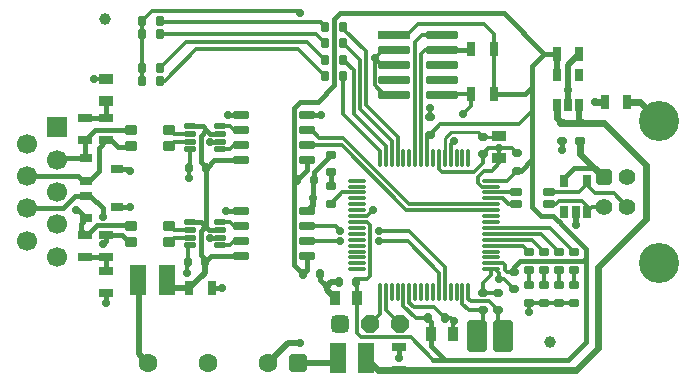
<source format=gtl>
G04*
G04 #@! TF.GenerationSoftware,Altium Limited,Altium Designer,21.2.1 (34)*
G04*
G04 Layer_Physical_Order=1*
G04 Layer_Color=255*
%FSLAX25Y25*%
%MOIN*%
G70*
G04*
G04 #@! TF.SameCoordinates,2566B91B-B0F8-45D7-AC81-F34421F4F9DA*
G04*
G04*
G04 #@! TF.FilePolarity,Positive*
G04*
G01*
G75*
%ADD10R,0.00787X0.00787*%
%ADD11C,0.03937*%
G04:AMPARAMS|DCode=12|XSize=33.47mil|YSize=23.62mil|CornerRadius=2.36mil|HoleSize=0mil|Usage=FLASHONLY|Rotation=90.000|XOffset=0mil|YOffset=0mil|HoleType=Round|Shape=RoundedRectangle|*
%AMROUNDEDRECTD12*
21,1,0.03347,0.01890,0,0,90.0*
21,1,0.02874,0.02362,0,0,90.0*
1,1,0.00472,0.00945,0.01437*
1,1,0.00472,0.00945,-0.01437*
1,1,0.00472,-0.00945,-0.01437*
1,1,0.00472,-0.00945,0.01437*
%
%ADD12ROUNDEDRECTD12*%
G04:AMPARAMS|DCode=13|XSize=31.5mil|YSize=25.59mil|CornerRadius=6.4mil|HoleSize=0mil|Usage=FLASHONLY|Rotation=180.000|XOffset=0mil|YOffset=0mil|HoleType=Round|Shape=RoundedRectangle|*
%AMROUNDEDRECTD13*
21,1,0.03150,0.01280,0,0,180.0*
21,1,0.01870,0.02559,0,0,180.0*
1,1,0.01280,-0.00935,0.00640*
1,1,0.01280,0.00935,0.00640*
1,1,0.01280,0.00935,-0.00640*
1,1,0.01280,-0.00935,-0.00640*
%
%ADD13ROUNDEDRECTD13*%
G04:AMPARAMS|DCode=14|XSize=33.47mil|YSize=23.62mil|CornerRadius=2.36mil|HoleSize=0mil|Usage=FLASHONLY|Rotation=0.000|XOffset=0mil|YOffset=0mil|HoleType=Round|Shape=RoundedRectangle|*
%AMROUNDEDRECTD14*
21,1,0.03347,0.01890,0,0,0.0*
21,1,0.02874,0.02362,0,0,0.0*
1,1,0.00472,0.01437,-0.00945*
1,1,0.00472,-0.01437,-0.00945*
1,1,0.00472,-0.01437,0.00945*
1,1,0.00472,0.01437,0.00945*
%
%ADD14ROUNDEDRECTD14*%
G04:AMPARAMS|DCode=15|XSize=31.5mil|YSize=25.59mil|CornerRadius=6.4mil|HoleSize=0mil|Usage=FLASHONLY|Rotation=90.000|XOffset=0mil|YOffset=0mil|HoleType=Round|Shape=RoundedRectangle|*
%AMROUNDEDRECTD15*
21,1,0.03150,0.01280,0,0,90.0*
21,1,0.01870,0.02559,0,0,90.0*
1,1,0.01280,0.00640,0.00935*
1,1,0.01280,0.00640,-0.00935*
1,1,0.01280,-0.00640,-0.00935*
1,1,0.01280,-0.00640,0.00935*
%
%ADD15ROUNDEDRECTD15*%
G04:AMPARAMS|DCode=16|XSize=49.21mil|YSize=27.56mil|CornerRadius=2.76mil|HoleSize=0mil|Usage=FLASHONLY|Rotation=270.000|XOffset=0mil|YOffset=0mil|HoleType=Round|Shape=RoundedRectangle|*
%AMROUNDEDRECTD16*
21,1,0.04921,0.02205,0,0,270.0*
21,1,0.04370,0.02756,0,0,270.0*
1,1,0.00551,-0.01102,-0.02185*
1,1,0.00551,-0.01102,0.02185*
1,1,0.00551,0.01102,0.02185*
1,1,0.00551,0.01102,-0.02185*
%
%ADD16ROUNDEDRECTD16*%
G04:AMPARAMS|DCode=17|XSize=11.81mil|YSize=59.06mil|CornerRadius=2.95mil|HoleSize=0mil|Usage=FLASHONLY|Rotation=0.000|XOffset=0mil|YOffset=0mil|HoleType=Round|Shape=RoundedRectangle|*
%AMROUNDEDRECTD17*
21,1,0.01181,0.05315,0,0,0.0*
21,1,0.00591,0.05906,0,0,0.0*
1,1,0.00591,0.00295,-0.02657*
1,1,0.00591,-0.00295,-0.02657*
1,1,0.00591,-0.00295,0.02657*
1,1,0.00591,0.00295,0.02657*
%
%ADD17ROUNDEDRECTD17*%
G04:AMPARAMS|DCode=18|XSize=106.3mil|YSize=66.93mil|CornerRadius=6.69mil|HoleSize=0mil|Usage=FLASHONLY|Rotation=270.000|XOffset=0mil|YOffset=0mil|HoleType=Round|Shape=RoundedRectangle|*
%AMROUNDEDRECTD18*
21,1,0.10630,0.05354,0,0,270.0*
21,1,0.09291,0.06693,0,0,270.0*
1,1,0.01339,-0.02677,-0.04646*
1,1,0.01339,-0.02677,0.04646*
1,1,0.01339,0.02677,0.04646*
1,1,0.01339,0.02677,-0.04646*
%
%ADD18ROUNDEDRECTD18*%
G04:AMPARAMS|DCode=19|XSize=43.31mil|YSize=31.5mil|CornerRadius=4.72mil|HoleSize=0mil|Usage=FLASHONLY|Rotation=0.000|XOffset=0mil|YOffset=0mil|HoleType=Round|Shape=RoundedRectangle|*
%AMROUNDEDRECTD19*
21,1,0.04331,0.02205,0,0,0.0*
21,1,0.03386,0.03150,0,0,0.0*
1,1,0.00945,0.01693,-0.01102*
1,1,0.00945,-0.01693,-0.01102*
1,1,0.00945,-0.01693,0.01102*
1,1,0.00945,0.01693,0.01102*
%
%ADD19ROUNDEDRECTD19*%
G04:AMPARAMS|DCode=20|XSize=23.62mil|YSize=43.31mil|CornerRadius=2.36mil|HoleSize=0mil|Usage=FLASHONLY|Rotation=180.000|XOffset=0mil|YOffset=0mil|HoleType=Round|Shape=RoundedRectangle|*
%AMROUNDEDRECTD20*
21,1,0.02362,0.03858,0,0,180.0*
21,1,0.01890,0.04331,0,0,180.0*
1,1,0.00472,-0.00945,0.01929*
1,1,0.00472,0.00945,0.01929*
1,1,0.00472,0.00945,-0.01929*
1,1,0.00472,-0.00945,-0.01929*
%
%ADD20ROUNDEDRECTD20*%
G04:AMPARAMS|DCode=21|XSize=43.31mil|YSize=23.62mil|CornerRadius=3.54mil|HoleSize=0mil|Usage=FLASHONLY|Rotation=180.000|XOffset=0mil|YOffset=0mil|HoleType=Round|Shape=RoundedRectangle|*
%AMROUNDEDRECTD21*
21,1,0.04331,0.01654,0,0,180.0*
21,1,0.03622,0.02362,0,0,180.0*
1,1,0.00709,-0.01811,0.00827*
1,1,0.00709,0.01811,0.00827*
1,1,0.00709,0.01811,-0.00827*
1,1,0.00709,-0.01811,-0.00827*
%
%ADD21ROUNDEDRECTD21*%
G04:AMPARAMS|DCode=22|XSize=49.21mil|YSize=27.56mil|CornerRadius=2.76mil|HoleSize=0mil|Usage=FLASHONLY|Rotation=180.000|XOffset=0mil|YOffset=0mil|HoleType=Round|Shape=RoundedRectangle|*
%AMROUNDEDRECTD22*
21,1,0.04921,0.02205,0,0,180.0*
21,1,0.04370,0.02756,0,0,180.0*
1,1,0.00551,-0.02185,0.01102*
1,1,0.00551,0.02185,0.01102*
1,1,0.00551,0.02185,-0.01102*
1,1,0.00551,-0.02185,-0.01102*
%
%ADD22ROUNDEDRECTD22*%
G04:AMPARAMS|DCode=23|XSize=17.32mil|YSize=39.37mil|CornerRadius=2.6mil|HoleSize=0mil|Usage=FLASHONLY|Rotation=270.000|XOffset=0mil|YOffset=0mil|HoleType=Round|Shape=RoundedRectangle|*
%AMROUNDEDRECTD23*
21,1,0.01732,0.03417,0,0,270.0*
21,1,0.01213,0.03937,0,0,270.0*
1,1,0.00520,-0.01709,-0.00606*
1,1,0.00520,-0.01709,0.00606*
1,1,0.00520,0.01709,0.00606*
1,1,0.00520,0.01709,-0.00606*
%
%ADD23ROUNDEDRECTD23*%
G04:AMPARAMS|DCode=24|XSize=23.62mil|YSize=51.18mil|CornerRadius=2.36mil|HoleSize=0mil|Usage=FLASHONLY|Rotation=270.000|XOffset=0mil|YOffset=0mil|HoleType=Round|Shape=RoundedRectangle|*
%AMROUNDEDRECTD24*
21,1,0.02362,0.04646,0,0,270.0*
21,1,0.01890,0.05118,0,0,270.0*
1,1,0.00472,-0.02323,-0.00945*
1,1,0.00472,-0.02323,0.00945*
1,1,0.00472,0.02323,0.00945*
1,1,0.00472,0.02323,-0.00945*
%
%ADD24ROUNDEDRECTD24*%
G04:AMPARAMS|DCode=25|XSize=23.62mil|YSize=43.31mil|CornerRadius=2.36mil|HoleSize=0mil|Usage=FLASHONLY|Rotation=90.000|XOffset=0mil|YOffset=0mil|HoleType=Round|Shape=RoundedRectangle|*
%AMROUNDEDRECTD25*
21,1,0.02362,0.03858,0,0,90.0*
21,1,0.01890,0.04331,0,0,90.0*
1,1,0.00472,0.01929,0.00945*
1,1,0.00472,0.01929,-0.00945*
1,1,0.00472,-0.01929,-0.00945*
1,1,0.00472,-0.01929,0.00945*
%
%ADD25ROUNDEDRECTD25*%
G04:AMPARAMS|DCode=26|XSize=55.12mil|YSize=102.36mil|CornerRadius=8.27mil|HoleSize=0mil|Usage=FLASHONLY|Rotation=180.000|XOffset=0mil|YOffset=0mil|HoleType=Round|Shape=RoundedRectangle|*
%AMROUNDEDRECTD26*
21,1,0.05512,0.08583,0,0,180.0*
21,1,0.03858,0.10236,0,0,180.0*
1,1,0.01654,-0.01929,0.04291*
1,1,0.01654,0.01929,0.04291*
1,1,0.01654,0.01929,-0.04291*
1,1,0.01654,-0.01929,-0.04291*
%
%ADD26ROUNDEDRECTD26*%
%ADD27R,0.10630X0.02756*%
G04:AMPARAMS|DCode=28|XSize=27.56mil|YSize=106.3mil|CornerRadius=4.13mil|HoleSize=0mil|Usage=FLASHONLY|Rotation=270.000|XOffset=0mil|YOffset=0mil|HoleType=Round|Shape=RoundedRectangle|*
%AMROUNDEDRECTD28*
21,1,0.02756,0.09803,0,0,270.0*
21,1,0.01929,0.10630,0,0,270.0*
1,1,0.00827,-0.04902,-0.00965*
1,1,0.00827,-0.04902,0.00965*
1,1,0.00827,0.04902,0.00965*
1,1,0.00827,0.04902,-0.00965*
%
%ADD28ROUNDEDRECTD28*%
G04:AMPARAMS|DCode=29|XSize=49.21mil|YSize=31.5mil|CornerRadius=3.15mil|HoleSize=0mil|Usage=FLASHONLY|Rotation=0.000|XOffset=0mil|YOffset=0mil|HoleType=Round|Shape=RoundedRectangle|*
%AMROUNDEDRECTD29*
21,1,0.04921,0.02520,0,0,0.0*
21,1,0.04291,0.03150,0,0,0.0*
1,1,0.00630,0.02146,-0.01260*
1,1,0.00630,-0.02146,-0.01260*
1,1,0.00630,-0.02146,0.01260*
1,1,0.00630,0.02146,0.01260*
%
%ADD29ROUNDEDRECTD29*%
G04:AMPARAMS|DCode=30|XSize=49.21mil|YSize=31.5mil|CornerRadius=3.15mil|HoleSize=0mil|Usage=FLASHONLY|Rotation=90.000|XOffset=0mil|YOffset=0mil|HoleType=Round|Shape=RoundedRectangle|*
%AMROUNDEDRECTD30*
21,1,0.04921,0.02520,0,0,90.0*
21,1,0.04291,0.03150,0,0,90.0*
1,1,0.00630,0.01260,0.02146*
1,1,0.00630,0.01260,-0.02146*
1,1,0.00630,-0.01260,-0.02146*
1,1,0.00630,-0.01260,0.02146*
%
%ADD30ROUNDEDRECTD30*%
G04:AMPARAMS|DCode=31|XSize=11.81mil|YSize=59.06mil|CornerRadius=2.95mil|HoleSize=0mil|Usage=FLASHONLY|Rotation=90.000|XOffset=0mil|YOffset=0mil|HoleType=Round|Shape=RoundedRectangle|*
%AMROUNDEDRECTD31*
21,1,0.01181,0.05315,0,0,90.0*
21,1,0.00591,0.05906,0,0,90.0*
1,1,0.00591,0.02657,0.00295*
1,1,0.00591,0.02657,-0.00295*
1,1,0.00591,-0.02657,-0.00295*
1,1,0.00591,-0.02657,0.00295*
%
%ADD31ROUNDEDRECTD31*%
%ADD66C,0.01181*%
%ADD67C,0.01968*%
%ADD68C,0.01575*%
%ADD69C,0.00984*%
%ADD70C,0.02362*%
%ADD71C,0.01200*%
G04:AMPARAMS|DCode=72|XSize=59.06mil|YSize=59.06mil|CornerRadius=14.76mil|HoleSize=0mil|Usage=FLASHONLY|Rotation=0.000|XOffset=0mil|YOffset=0mil|HoleType=Round|Shape=RoundedRectangle|*
%AMROUNDEDRECTD72*
21,1,0.05906,0.02953,0,0,0.0*
21,1,0.02953,0.05906,0,0,0.0*
1,1,0.02953,0.01476,-0.01476*
1,1,0.02953,-0.01476,-0.01476*
1,1,0.02953,-0.01476,0.01476*
1,1,0.02953,0.01476,0.01476*
%
%ADD72ROUNDEDRECTD72*%
%ADD73P,0.06392X8X22.5*%
%ADD74C,0.13386*%
%ADD75C,0.05512*%
G04:AMPARAMS|DCode=76|XSize=55.12mil|YSize=55.12mil|CornerRadius=13.78mil|HoleSize=0mil|Usage=FLASHONLY|Rotation=90.000|XOffset=0mil|YOffset=0mil|HoleType=Round|Shape=RoundedRectangle|*
%AMROUNDEDRECTD76*
21,1,0.05512,0.02756,0,0,90.0*
21,1,0.02756,0.05512,0,0,90.0*
1,1,0.02756,0.01378,0.01378*
1,1,0.02756,0.01378,-0.01378*
1,1,0.02756,-0.01378,-0.01378*
1,1,0.02756,-0.01378,0.01378*
%
%ADD76ROUNDEDRECTD76*%
%ADD77R,0.06693X0.06693*%
%ADD78C,0.06693*%
%ADD79C,0.06299*%
G04:AMPARAMS|DCode=80|XSize=62.99mil|YSize=62.99mil|CornerRadius=15.75mil|HoleSize=0mil|Usage=FLASHONLY|Rotation=0.000|XOffset=0mil|YOffset=0mil|HoleType=Round|Shape=RoundedRectangle|*
%AMROUNDEDRECTD80*
21,1,0.06299,0.03150,0,0,0.0*
21,1,0.03150,0.06299,0,0,0.0*
1,1,0.03150,0.01575,-0.01575*
1,1,0.03150,-0.01575,-0.01575*
1,1,0.03150,-0.01575,0.01575*
1,1,0.03150,0.01575,0.01575*
%
%ADD80ROUNDEDRECTD80*%
%ADD81C,0.02756*%
D10*
X43500Y122500D02*
D03*
X192000Y15000D02*
D03*
D11*
X43500Y122500D02*
D03*
X192000Y15000D02*
D03*
D12*
X62008Y101969D02*
D03*
X56102D02*
D03*
X62008Y106299D02*
D03*
X56102D02*
D03*
X62008Y117717D02*
D03*
X56102D02*
D03*
X62008Y122047D02*
D03*
X56102D02*
D03*
X122953Y103500D02*
D03*
X117047D02*
D03*
X122953Y109000D02*
D03*
X117047D02*
D03*
X122953Y114500D02*
D03*
X117047D02*
D03*
X122953Y120000D02*
D03*
X117047D02*
D03*
D13*
X174500Y31354D02*
D03*
Y25646D02*
D03*
X169500Y31354D02*
D03*
Y25646D02*
D03*
X196000Y87854D02*
D03*
Y82146D02*
D03*
X181000Y72146D02*
D03*
Y77854D02*
D03*
X180000Y38354D02*
D03*
Y32646D02*
D03*
X169500Y83354D02*
D03*
Y77646D02*
D03*
X152000Y84146D02*
D03*
Y89854D02*
D03*
D14*
X119000Y71547D02*
D03*
Y77453D02*
D03*
Y61047D02*
D03*
Y66953D02*
D03*
X200000Y44953D02*
D03*
Y39047D02*
D03*
X195000Y44953D02*
D03*
Y39047D02*
D03*
X190000Y44953D02*
D03*
Y39047D02*
D03*
X185000Y44953D02*
D03*
Y39047D02*
D03*
X200000Y33953D02*
D03*
Y28047D02*
D03*
X195000Y33953D02*
D03*
Y28047D02*
D03*
X190000Y33953D02*
D03*
Y28047D02*
D03*
X185000Y33953D02*
D03*
Y28047D02*
D03*
X202000Y87953D02*
D03*
Y82047D02*
D03*
D15*
X76854Y41500D02*
D03*
X71146D02*
D03*
X109646Y37500D02*
D03*
X115354D02*
D03*
X77354Y73000D02*
D03*
X71646D02*
D03*
X107646Y69000D02*
D03*
X113354D02*
D03*
X151146Y23000D02*
D03*
X156854D02*
D03*
X127354Y35000D02*
D03*
X121646D02*
D03*
D16*
X194260Y111000D02*
D03*
X201740D02*
D03*
X71760Y33000D02*
D03*
X79240D02*
D03*
X165760Y97500D02*
D03*
X173240D02*
D03*
X165760Y112500D02*
D03*
X173240D02*
D03*
X217740Y95000D02*
D03*
X210260D02*
D03*
D17*
X162795Y31559D02*
D03*
X164764D02*
D03*
X141142D02*
D03*
X135236D02*
D03*
X137205D02*
D03*
X139173D02*
D03*
X147047D02*
D03*
X143110D02*
D03*
X145079D02*
D03*
X149016D02*
D03*
X150984D02*
D03*
X152953D02*
D03*
X154921D02*
D03*
X156890D02*
D03*
X158858D02*
D03*
X160827D02*
D03*
X164764Y76441D02*
D03*
X162795D02*
D03*
X160827D02*
D03*
X158858D02*
D03*
X156890D02*
D03*
X154921D02*
D03*
X152953D02*
D03*
X150984D02*
D03*
X149016D02*
D03*
X147047D02*
D03*
X145079D02*
D03*
X143110D02*
D03*
X141142D02*
D03*
X139173D02*
D03*
X137205D02*
D03*
X135236D02*
D03*
D18*
X167669Y17000D02*
D03*
X176331D02*
D03*
D19*
X52201Y53756D02*
D03*
X64799D02*
D03*
Y48244D02*
D03*
X52201D02*
D03*
Y85756D02*
D03*
X64799D02*
D03*
Y80244D02*
D03*
X52201D02*
D03*
D20*
X196760Y68618D02*
D03*
X204240D02*
D03*
Y58382D02*
D03*
X200500D02*
D03*
X196760D02*
D03*
X194260Y93882D02*
D03*
X198000D02*
D03*
X201740D02*
D03*
Y104118D02*
D03*
X194260D02*
D03*
D21*
X180488Y64969D02*
D03*
X191512D02*
D03*
Y61032D02*
D03*
X180488D02*
D03*
D22*
X37000Y43260D02*
D03*
Y50740D02*
D03*
X44000Y43260D02*
D03*
Y50740D02*
D03*
Y38740D02*
D03*
Y31260D02*
D03*
X37000Y89740D02*
D03*
Y82260D02*
D03*
X44000Y89740D02*
D03*
Y82260D02*
D03*
X141500Y5760D02*
D03*
Y13240D02*
D03*
D23*
X82118Y79161D02*
D03*
Y81721D02*
D03*
Y84280D02*
D03*
X71882D02*
D03*
Y81721D02*
D03*
Y79161D02*
D03*
X82118Y86839D02*
D03*
X71882D02*
D03*
Y54839D02*
D03*
X82118D02*
D03*
X71882Y47161D02*
D03*
Y49720D02*
D03*
Y52280D02*
D03*
X82118D02*
D03*
Y49720D02*
D03*
Y47161D02*
D03*
D24*
X111024Y75500D02*
D03*
Y80500D02*
D03*
Y85500D02*
D03*
Y90500D02*
D03*
X88976Y75500D02*
D03*
Y80500D02*
D03*
Y85500D02*
D03*
Y90500D02*
D03*
X111024Y43500D02*
D03*
Y48500D02*
D03*
Y53500D02*
D03*
Y58500D02*
D03*
X88976Y43500D02*
D03*
Y48500D02*
D03*
Y53500D02*
D03*
Y58500D02*
D03*
D25*
X37382Y76240D02*
D03*
Y68760D02*
D03*
X47618Y72500D02*
D03*
X37382Y63740D02*
D03*
Y56260D02*
D03*
X47618Y60000D02*
D03*
D26*
X130724Y9500D02*
D03*
X121276D02*
D03*
X54776Y35500D02*
D03*
X64224D02*
D03*
D27*
X140126Y117460D02*
D03*
D28*
X155874D02*
D03*
X140126Y112460D02*
D03*
X155874D02*
D03*
X140126Y107460D02*
D03*
Y102460D02*
D03*
Y97460D02*
D03*
X155874Y107460D02*
D03*
Y102460D02*
D03*
Y97460D02*
D03*
D29*
X44000Y102543D02*
D03*
Y95457D02*
D03*
X175000Y76457D02*
D03*
Y83543D02*
D03*
D30*
X120457Y29500D02*
D03*
X127543D02*
D03*
X159543Y17500D02*
D03*
X152457D02*
D03*
D31*
X172441Y58921D02*
D03*
Y60890D02*
D03*
Y62858D02*
D03*
Y64827D02*
D03*
X127559Y68764D02*
D03*
Y66795D02*
D03*
Y64827D02*
D03*
Y62858D02*
D03*
Y60890D02*
D03*
Y58921D02*
D03*
Y56953D02*
D03*
Y54984D02*
D03*
Y53016D02*
D03*
Y51047D02*
D03*
Y49079D02*
D03*
Y47110D02*
D03*
Y45142D02*
D03*
Y43173D02*
D03*
Y41205D02*
D03*
Y39236D02*
D03*
X172441D02*
D03*
Y41205D02*
D03*
Y43173D02*
D03*
Y45142D02*
D03*
Y47110D02*
D03*
Y49079D02*
D03*
Y51047D02*
D03*
Y53016D02*
D03*
Y54984D02*
D03*
Y56953D02*
D03*
Y66795D02*
D03*
Y68764D02*
D03*
D66*
X213256Y64500D02*
X217717Y60039D01*
X204240Y67260D02*
X207000Y64500D01*
X213256D01*
X152000Y89854D02*
Y93000D01*
Y84146D02*
X155354Y87500D01*
X150984Y83130D02*
X152000Y84146D01*
X169500Y77646D02*
X171354Y79500D01*
X175000D01*
Y76457D02*
Y79500D01*
X179354D02*
X181000Y77854D01*
X175000Y79500D02*
X179354D01*
X175000Y74500D02*
Y76457D01*
X172500Y72000D02*
X175000Y74500D01*
X177618Y68764D02*
X181000Y72146D01*
X172441Y68764D02*
X177618D01*
X169500Y74500D02*
Y77646D01*
X166500Y71500D02*
X169500Y74500D01*
X175000Y36000D02*
Y38000D01*
X173764Y39236D02*
X175000Y38000D01*
X172441Y39236D02*
X173764D01*
X176646Y36000D02*
X180000Y32646D01*
X175000Y36000D02*
X176646D01*
X177646Y38354D02*
X180000D01*
X177000Y39000D02*
X177646Y38354D01*
X177000Y39000D02*
Y40500D01*
X176295Y41205D02*
X177000Y40500D01*
X172441Y41205D02*
X176295D01*
X159000Y23000D02*
X160000Y22000D01*
X156854Y23000D02*
X159000D01*
X159543Y21543D02*
X160000Y22000D01*
X159543Y17500D02*
Y21543D01*
X153354Y26500D02*
X156854Y23000D01*
X146500Y26500D02*
X153354D01*
X145500Y16500D02*
X153000Y9000D01*
X129000Y16500D02*
X145500D01*
X147146Y23000D02*
X151146D01*
X70709Y115000D02*
X111047D01*
X62008Y106299D02*
X70709Y115000D01*
X111047D02*
X117047Y109000D01*
X74000Y112500D02*
X108047D01*
X117047Y103500D01*
X63468Y101969D02*
X74000Y112500D01*
X82118Y79161D02*
X85161D01*
X86500Y80500D02*
X88976D01*
X85161Y79161D02*
X86500Y80500D01*
Y48500D02*
X88976D01*
X85161Y47161D02*
X86500Y48500D01*
X82118Y47161D02*
X85161D01*
X82118Y54839D02*
X85162D01*
X86500Y53500D02*
X88976D01*
X85162Y54839D02*
X86500Y53500D01*
X71000Y38000D02*
Y41354D01*
X56102Y117717D02*
Y122047D01*
Y101969D02*
Y106299D01*
Y117717D01*
X62008Y101969D02*
X63468D01*
X113831Y117717D02*
X117047Y114500D01*
X62008Y117717D02*
X113831D01*
X115547Y121500D02*
X117047Y120000D01*
X62555Y121500D02*
X115547D01*
X62008Y122047D02*
X62555Y121500D01*
X107606Y125394D02*
X108500Y124500D01*
X59449Y125394D02*
X107606D01*
X56102Y122047D02*
X59449Y125394D01*
X169500Y31354D02*
X174500D01*
X169500D02*
Y34500D01*
X174500Y18831D02*
X176331Y17000D01*
X174500Y18831D02*
Y25646D01*
X171646Y28500D02*
X174500Y25646D01*
X165500Y28500D02*
X171646D01*
X164764Y29236D02*
X165500Y28500D01*
X164764Y29236D02*
Y31559D01*
X167669Y17000D02*
X169500Y18831D01*
Y25646D01*
X164854D02*
X169500D01*
X162795Y27705D02*
X164854Y25646D01*
X162795Y27705D02*
Y31559D01*
X172441Y37441D02*
Y39236D01*
X169500Y34500D02*
X172441Y37441D01*
X130500Y94000D02*
Y112000D01*
X123079Y119421D02*
X130500Y112000D01*
X123000Y91000D02*
Y103500D01*
Y91000D02*
X135236Y78764D01*
X122953Y114500D02*
X123000D01*
X128500Y92500D02*
Y109000D01*
X123000Y114500D02*
X128500Y109000D01*
X122976Y109024D02*
X126500Y105500D01*
Y91000D02*
Y105500D01*
X119000Y61047D02*
X122780Y64827D01*
X127559D01*
X71146Y41500D02*
Y46425D01*
X71882Y47161D01*
X71000Y41354D02*
X71146Y41500D01*
X71500Y69500D02*
X71646Y69646D01*
Y73000D01*
X71882Y73236D01*
Y79161D01*
X156000Y71500D02*
X166500D01*
X181500Y87500D02*
X186000Y92000D01*
X155354Y87500D02*
X181500D01*
X158858Y80858D02*
X160000Y82000D01*
X158858Y76441D02*
Y80858D01*
X163000Y91000D02*
X165760Y93760D01*
X150984Y76441D02*
Y83130D01*
X165760Y93760D02*
Y97500D01*
X133500Y109500D02*
X136460Y112460D01*
X140126D01*
X133500Y109500D02*
X135540Y107460D01*
X140126D01*
X133500Y100500D02*
X136540Y97460D01*
X140126D01*
X133500Y100500D02*
Y109500D01*
X150460Y112460D02*
X155874D01*
X149016Y111016D02*
X150460Y112460D01*
X149016Y76441D02*
Y111016D01*
X149460Y117460D02*
X155874D01*
X147047Y115047D02*
X149460Y117460D01*
X147047Y76441D02*
Y115047D01*
X173240Y112500D02*
Y117760D01*
X170000Y121000D02*
X173240Y117760D01*
X148000Y121000D02*
X170000D01*
X144460Y117460D02*
X148000Y121000D01*
X140126Y117460D02*
X144460D01*
X173240Y97500D02*
Y112500D01*
X155874Y97460D02*
X155914Y97500D01*
X165760D01*
X141142Y76441D02*
Y83358D01*
X130500Y94000D02*
X141142Y83358D01*
X128500Y92500D02*
X139173Y81827D01*
Y76441D02*
Y81827D01*
X137205Y76441D02*
Y80295D01*
X126500Y91000D02*
X137205Y80295D01*
X135236Y76441D02*
Y78764D01*
X154921Y72579D02*
X156000Y71500D01*
X154921Y72579D02*
Y76441D01*
X170000Y72000D02*
X172500D01*
X168000Y70000D02*
X170000Y72000D01*
X168000Y68000D02*
Y70000D01*
Y68000D02*
X169205Y66795D01*
X172441D01*
X143110Y27035D02*
X147146Y23000D01*
X145079Y27921D02*
Y31559D01*
Y27921D02*
X146500Y26500D01*
X204240Y67740D02*
Y68618D01*
Y67260D02*
Y67740D01*
X201468Y64969D02*
X204240Y67740D01*
X191512Y64969D02*
X201468D01*
X204240Y58382D02*
X205898Y60039D01*
X209842D01*
X204240Y58382D02*
Y60260D01*
X202500Y62000D02*
X204240Y60260D01*
X195000Y62000D02*
X202500D01*
X194032Y61032D02*
X195000Y62000D01*
X191512Y61032D02*
X194032D01*
X127354Y35000D02*
X127543Y34811D01*
Y29500D02*
Y34811D01*
Y17957D02*
X129000Y16500D01*
X127543Y17957D02*
Y29500D01*
X137205Y25795D02*
X142000Y21000D01*
X137205Y25795D02*
Y31559D01*
X132000Y21000D02*
X135236Y24236D01*
Y31559D01*
X40000Y102500D02*
X43957D01*
X44000Y102543D01*
X65299Y80244D02*
X66776Y81721D01*
X71882D01*
X65299Y85756D02*
X66776Y84280D01*
X71882D01*
X65299Y48244D02*
X66776Y49720D01*
X71882D01*
X65299Y53756D02*
X66776Y52280D01*
X71882D01*
X86500Y85500D02*
X88976D01*
X85161Y86839D02*
X86500Y85500D01*
X82118Y86839D02*
X85161D01*
X135000Y52000D02*
X145000D01*
X156890Y40110D01*
Y31559D02*
Y40110D01*
X144500Y48500D02*
X154921Y38079D01*
Y31559D02*
Y38079D01*
X135000Y48500D02*
X144500D01*
X111024D02*
X122000D01*
X120500Y53500D02*
X122000Y52000D01*
X111024Y53500D02*
X120500D01*
X127854Y36000D02*
X131000D01*
X132000Y37000D01*
Y54000D01*
X131016Y54984D02*
X132000Y54000D01*
X127559Y54984D02*
X131016D01*
X130953Y56953D02*
X133000Y59000D01*
X127559Y56953D02*
X130953D01*
X143110Y27035D02*
Y31559D01*
X185000Y25000D02*
Y28047D01*
X180457Y61000D02*
X180488Y61032D01*
X178000Y61000D02*
X180457D01*
X176142Y62858D02*
X178000Y61000D01*
X172441Y62858D02*
X176142D01*
X180347Y64827D02*
X180488Y64969D01*
X172441Y64827D02*
X180347D01*
X191937Y53016D02*
X200000Y44953D01*
X172441Y53016D02*
X191937D01*
X188906Y51047D02*
X195000Y44953D01*
X172441Y51047D02*
X188906D01*
X185874Y49079D02*
X190000Y44953D01*
X172441Y49079D02*
X185874D01*
X182843Y47110D02*
X185000Y44953D01*
X172441Y47110D02*
X182843D01*
X185000Y33953D02*
Y39047D01*
X190000Y33953D02*
Y39047D01*
X195000Y33953D02*
Y39047D01*
X200000Y33953D02*
Y39047D01*
X195000Y28047D02*
X200000D01*
X190000D02*
X195000D01*
X185000D02*
X190000D01*
D67*
X194457Y104315D02*
Y111000D01*
X55000Y11000D02*
X58000Y8000D01*
X55000Y11000D02*
Y35276D01*
X54776Y35500D02*
X55000Y35276D01*
X76854Y38094D02*
Y41500D01*
X71760Y33000D02*
X76854Y38094D01*
X64224Y35500D02*
X66724Y33000D01*
X71760D01*
X104500Y14500D02*
X108500D01*
X98000Y8000D02*
X104500Y14500D01*
X200500Y54000D02*
Y58382D01*
X117500Y32457D02*
Y33500D01*
Y32457D02*
X120457Y29500D01*
X117500Y33500D02*
X119000Y35000D01*
X121646D01*
X119776Y8000D02*
X121276Y9500D01*
X108000Y8000D02*
X119776D01*
X113000Y60476D02*
Y63000D01*
X111024Y58500D02*
X113000Y60476D01*
X198000Y99000D02*
Y107457D01*
X201543Y111000D01*
X194260Y104118D02*
X194457Y104315D01*
X198000Y93882D02*
Y99000D01*
X201740Y88213D02*
X202000Y87953D01*
X201740Y88213D02*
Y93882D01*
D68*
X106500Y40500D02*
Y93000D01*
X186000Y76000D02*
Y92000D01*
Y60000D02*
Y76000D01*
X182146Y72146D02*
X186000Y76000D01*
X181000Y72146D02*
X182146D01*
X180000Y38354D02*
Y40000D01*
X182000Y42000D01*
X157000Y9000D02*
X198000D01*
X153000D02*
X157000D01*
X152457Y13543D02*
X157000Y9000D01*
X152457Y13543D02*
Y17500D01*
X151146Y23000D02*
X152457Y21689D01*
Y17500D02*
Y21689D01*
X79240Y33000D02*
X82500D01*
X141500Y9500D02*
Y13240D01*
X120000Y122500D02*
X120000Y100500D01*
X120000Y122500D02*
X122000Y124500D01*
X176500D01*
X108500Y95000D02*
X114500D01*
X120000Y100500D01*
X113354Y69000D02*
Y71807D01*
X119000Y77453D01*
Y66953D02*
Y71547D01*
X111024Y90500D02*
X115500D01*
X196000Y79000D02*
Y82146D01*
X113000Y63000D02*
Y68646D01*
X113354Y69000D01*
X107646D02*
X111024Y72378D01*
Y75500D01*
X107000Y69000D02*
X107646D01*
X106500Y40500D02*
X109500Y37500D01*
X106500Y93000D02*
X108500Y95000D01*
X115354Y35646D02*
X117500Y33500D01*
X115354Y35646D02*
Y37500D01*
X109646D02*
X111024Y38878D01*
Y43500D01*
X194260Y111000D02*
X194457D01*
X190000D02*
X194260D01*
X76854Y41500D02*
Y42646D01*
X75500Y44000D02*
Y52118D01*
Y44000D02*
X76854Y42646D01*
X75500Y75000D02*
X77500Y73000D01*
X76854Y41500D02*
X78854Y43500D01*
X76941Y53559D02*
X77354Y53972D01*
Y73000D01*
X75500Y75000D02*
Y83618D01*
X77500Y73000D02*
X80000Y75500D01*
X186000Y92000D02*
Y100000D01*
X165720Y112460D02*
X165760Y112500D01*
X155874Y112460D02*
X165720D01*
X186000Y100000D02*
Y107000D01*
X183500Y97500D02*
X186000Y100000D01*
X173240Y97500D02*
X183500D01*
X44000Y82260D02*
X45740D01*
X48000Y80000D02*
X51957D01*
X45740Y82260D02*
X48000Y80000D01*
X41500Y72000D02*
Y79760D01*
X44000Y82260D01*
X37382Y68760D02*
X38260D01*
X41500Y72000D01*
X34646Y70354D02*
X36240Y68760D01*
X17500Y70354D02*
X34646D01*
X36240Y68760D02*
X37382D01*
X34642Y59000D02*
X37382Y56260D01*
X34000Y59000D02*
X34642D01*
X37000Y50740D02*
X37740D01*
X41000Y54000D02*
X51756D01*
X37740Y50740D02*
X41000Y54000D01*
X35500Y54378D02*
X37382Y56260D01*
X35500Y52240D02*
Y54378D01*
Y52240D02*
X37000Y50740D01*
X43000Y56765D02*
Y59500D01*
X38760Y63740D02*
X43000Y59500D01*
X37382Y63740D02*
X38760D01*
X33740D02*
X37382D01*
X29567Y59567D02*
X33740Y63740D01*
X17500Y59567D02*
X29567D01*
X52000Y53756D02*
X52201D01*
X51756Y54000D02*
X52000Y53756D01*
X44000Y50740D02*
X49260D01*
X51756Y48244D02*
X52201D01*
X49260Y50740D02*
X51756Y48244D01*
X51957Y80000D02*
X52201Y80244D01*
X37000Y82260D02*
X40240Y85500D01*
X51945D02*
X52201Y85756D01*
X40240Y85500D02*
X51945D01*
X200112Y73112D02*
X206612D01*
X196760Y69760D02*
X200112Y73112D01*
X196760Y68618D02*
Y69760D01*
X195671Y54329D02*
X195671D01*
X189000Y57000D02*
X193000D01*
X195171Y54829D02*
X195671Y54329D01*
X193000Y57000D02*
X194191Y55809D01*
Y55780D02*
X195142Y54829D01*
X195171D01*
X194191Y55780D02*
Y55809D01*
X37000Y76622D02*
X37382Y76240D01*
X37000Y76622D02*
Y82260D01*
X27992Y76240D02*
X37382D01*
X27500Y75748D02*
X27992Y76240D01*
X44000Y28000D02*
Y31260D01*
Y38740D02*
Y43260D01*
X84000Y58500D02*
X88976D01*
X78854Y43500D02*
X88976D01*
X76941Y53559D02*
X78220Y52280D01*
X75661Y54839D02*
X76941Y53559D01*
X75500Y52118D02*
X76941Y53559D01*
X78500Y49500D02*
X78720Y49720D01*
X82118D01*
X71882Y54839D02*
X75661D01*
X78220Y52280D02*
X82118D01*
X80000Y75500D02*
X88976D01*
X77441Y85559D02*
X78720Y84280D01*
X76161Y86839D02*
X77441Y85559D01*
X75500Y83618D02*
X77441Y85559D01*
X71882Y86839D02*
X76161D01*
X78720Y84280D02*
X82118D01*
X78500Y81500D02*
X78720Y81721D01*
X82118D01*
X84500Y90500D02*
X88976D01*
X43000Y47500D02*
X44000Y48500D01*
Y50740D01*
X51500Y72500D02*
X52000Y72000D01*
X47618Y72500D02*
X51500D01*
X47618Y60000D02*
X52000D01*
X37000Y43260D02*
X44000D01*
Y89740D02*
Y95457D01*
X37000Y89740D02*
X44000D01*
X198000Y9000D02*
X204000Y15000D01*
Y43000D01*
X195671Y54329D02*
X204000Y46000D01*
Y43000D02*
Y46000D01*
X186000Y60000D02*
X189000Y57000D01*
X203000Y42000D02*
X204000Y43000D01*
X182000Y42000D02*
X203000D01*
X176500Y124500D02*
X190000Y111000D01*
X186000Y107000D02*
X190000Y111000D01*
D69*
X174811Y83354D02*
X175000Y83543D01*
X169500Y83354D02*
X174811D01*
X167854Y85000D02*
X169500Y83354D01*
X159000Y85000D02*
X167854D01*
X156890Y82890D02*
X159000Y85000D01*
X156890Y76441D02*
Y82890D01*
D70*
X141500Y5760D02*
X141760Y5500D01*
X200500D02*
X208000Y13000D01*
X141760Y5500D02*
X200500D01*
X134465Y5760D02*
X141500D01*
X130724Y9500D02*
X134465Y5760D01*
X194260Y89595D02*
X196000Y87854D01*
X194260Y89595D02*
Y93882D01*
X196000Y87854D02*
X196098Y87953D01*
X202000D01*
X206612Y73112D02*
X209842Y69882D01*
X202000Y77724D02*
X206612Y73112D01*
X208000Y40000D02*
X224000Y56000D01*
X208000Y13000D02*
Y40000D01*
X224000Y56000D02*
Y74000D01*
X207000Y95000D02*
X210260D01*
X221929D02*
X228346Y88583D01*
X217740Y95000D02*
X221929D01*
X210047Y87953D02*
X224000Y74000D01*
X202000Y87953D02*
X210047D01*
X202000Y77724D02*
Y82047D01*
D71*
X122500Y80500D02*
X144079Y58921D01*
X111024Y80500D02*
X122500D01*
X112500Y85500D02*
X115000Y83000D01*
X123000D02*
X145110Y60890D01*
X115000Y83000D02*
X123000D01*
X111024Y85500D02*
X112500D01*
X144079Y58921D02*
X172441D01*
X145110Y60890D02*
X172441D01*
D72*
X122000Y21000D02*
D03*
D73*
X132000D02*
D03*
X142000D02*
D03*
D74*
X228346Y41339D02*
D03*
Y88583D02*
D03*
D75*
X217717Y60039D02*
D03*
Y69882D02*
D03*
X209842Y60039D02*
D03*
D76*
Y69882D02*
D03*
D77*
X27500Y86535D02*
D03*
D78*
Y75748D02*
D03*
Y64961D02*
D03*
Y54173D02*
D03*
Y43386D02*
D03*
X17500Y81142D02*
D03*
Y70354D02*
D03*
Y59567D02*
D03*
Y48779D02*
D03*
D79*
X78000Y8000D02*
D03*
X58000D02*
D03*
X98000D02*
D03*
D80*
X108000Y8000D02*
D03*
D81*
X71000Y38000D02*
D03*
X108500Y124500D02*
D03*
X115500Y90500D02*
D03*
X160000Y82000D02*
D03*
X163000Y91000D02*
D03*
X152000Y93000D02*
D03*
X133500Y109500D02*
D03*
X108500Y14500D02*
D03*
X34000Y59000D02*
D03*
X43000Y56765D02*
D03*
X196000Y79000D02*
D03*
X141500Y9500D02*
D03*
X84000Y58500D02*
D03*
X82500Y33000D02*
D03*
X78500Y49500D02*
D03*
Y81500D02*
D03*
X71500Y69500D02*
D03*
X84500Y90500D02*
D03*
X43000Y47500D02*
D03*
X44000Y28000D02*
D03*
X52000Y60000D02*
D03*
Y72000D02*
D03*
X122000Y48500D02*
D03*
Y52000D02*
D03*
X135000Y48500D02*
D03*
Y52000D02*
D03*
X133000Y59000D02*
D03*
X185000Y25000D02*
D03*
X175000Y79500D02*
D03*
Y36000D02*
D03*
X117500Y33500D02*
D03*
X198000Y99000D02*
D03*
X207000Y95000D02*
D03*
X200500Y54000D02*
D03*
X160000Y22000D02*
D03*
X40000Y102500D02*
D03*
X113000Y63000D02*
D03*
M02*

</source>
